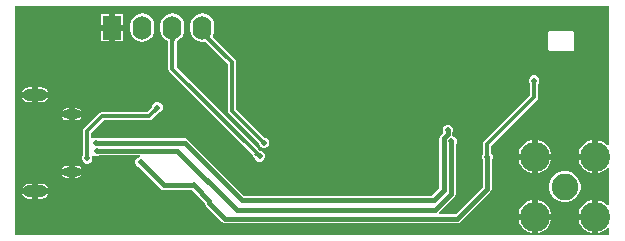
<source format=gbl>
G04*
G04 #@! TF.GenerationSoftware,Altium Limited,Altium Designer,22.2.1 (43)*
G04*
G04 Layer_Physical_Order=2*
G04 Layer_Color=16711680*
%FSLAX25Y25*%
%MOIN*%
G70*
G04*
G04 #@! TF.SameCoordinates,F9679001-C221-457E-AD06-5865B11B1ABB*
G04*
G04*
G04 #@! TF.FilePolarity,Positive*
G04*
G01*
G75*
%ADD67C,0.01500*%
%ADD72C,0.01300*%
%ADD74C,0.08858*%
%ADD75C,0.10039*%
%ADD76O,0.06299X0.03150*%
%ADD77O,0.08268X0.04134*%
%ADD78R,0.06299X0.07874*%
%ADD79O,0.06299X0.07874*%
%ADD80C,0.02362*%
%ADD81C,0.01968*%
G36*
X199114Y30313D02*
X198614Y30106D01*
X197936Y30784D01*
X196678Y31510D01*
X195547Y31813D01*
Y26367D01*
Y20921D01*
X196678Y21224D01*
X197936Y21950D01*
X198614Y22628D01*
X199114Y22421D01*
Y10313D01*
X198614Y10106D01*
X197936Y10784D01*
X196678Y11511D01*
X195547Y11813D01*
Y6367D01*
Y920D01*
X196678Y1223D01*
X197936Y1950D01*
X198614Y2628D01*
X199114Y2421D01*
Y169D01*
X1224D01*
Y76659D01*
X199114D01*
Y30313D01*
D02*
G37*
%LPC*%
G36*
X37390Y73855D02*
X34740D01*
Y70418D01*
X37390D01*
Y73855D01*
D02*
G37*
G36*
X32740D02*
X30091D01*
Y70418D01*
X32740D01*
Y73855D01*
D02*
G37*
G36*
X37390Y68418D02*
X34740D01*
Y64981D01*
X37390D01*
Y68418D01*
D02*
G37*
G36*
X32740D02*
X30091D01*
Y64981D01*
X32740D01*
Y68418D01*
D02*
G37*
G36*
X43740Y74189D02*
X42709Y74054D01*
X41748Y73656D01*
X40923Y73023D01*
X40290Y72197D01*
X39892Y71237D01*
X39757Y70206D01*
Y68631D01*
X39892Y67600D01*
X40290Y66639D01*
X40923Y65814D01*
X41748Y65181D01*
X42709Y64783D01*
X43740Y64647D01*
X44771Y64783D01*
X45732Y65181D01*
X46557Y65814D01*
X47190Y66639D01*
X47588Y67600D01*
X47724Y68631D01*
Y70206D01*
X47588Y71237D01*
X47190Y72197D01*
X46557Y73023D01*
X45732Y73656D01*
X44771Y74054D01*
X43740Y74189D01*
D02*
G37*
G36*
X187205Y68237D02*
X186417D01*
X179331Y68139D01*
X178937Y67745D01*
Y62233D01*
X179725Y61446D01*
X187303D01*
X187697Y61839D01*
Y67745D01*
X187205Y68237D01*
D02*
G37*
G36*
X10039Y49591D02*
X8973D01*
Y48076D01*
X12338D01*
X11818Y48854D01*
X11002Y49400D01*
X10039Y49591D01*
D02*
G37*
G36*
X6972D02*
X5906D01*
X4943Y49400D01*
X4127Y48854D01*
X3607Y48076D01*
X6972D01*
Y49591D01*
D02*
G37*
G36*
X12338Y46076D02*
X8973D01*
Y44560D01*
X10039D01*
X11002Y44752D01*
X11818Y45297D01*
X12338Y46076D01*
D02*
G37*
G36*
X6972D02*
X3607D01*
X4127Y45297D01*
X4943Y44752D01*
X5906Y44560D01*
X6972D01*
Y46076D01*
D02*
G37*
G36*
X21673Y42495D02*
X21099D01*
Y41481D01*
X23380D01*
X23097Y41905D01*
X22444Y42341D01*
X21673Y42495D01*
D02*
G37*
G36*
X19098D02*
X18524D01*
X17753Y42341D01*
X17100Y41905D01*
X16817Y41481D01*
X19098D01*
Y42495D01*
D02*
G37*
G36*
X23380Y39481D02*
X21099D01*
Y38468D01*
X21673D01*
X22444Y38621D01*
X23097Y39057D01*
X23380Y39481D01*
D02*
G37*
G36*
X19098D02*
X16817D01*
X17100Y39057D01*
X17753Y38621D01*
X18524Y38468D01*
X19098D01*
Y39481D01*
D02*
G37*
G36*
X63740Y74189D02*
X62709Y74054D01*
X61748Y73656D01*
X60923Y73023D01*
X60290Y72197D01*
X59892Y71237D01*
X59756Y70206D01*
Y68631D01*
X59892Y67600D01*
X60290Y66639D01*
X60923Y65814D01*
X61748Y65181D01*
X62709Y64783D01*
X63740Y64647D01*
X64636Y64765D01*
X64709Y64717D01*
X65001Y64478D01*
X72147Y57332D01*
Y41745D01*
X72252Y41218D01*
X72550Y40771D01*
X82517Y30804D01*
Y30612D01*
X82789Y29956D01*
X83291Y29454D01*
X83947Y29182D01*
X84657D01*
X85312Y29454D01*
X85814Y29956D01*
X86086Y30612D01*
Y31322D01*
X85814Y31977D01*
X85312Y32479D01*
X84657Y32751D01*
X84482D01*
X84190Y33025D01*
X74900Y42315D01*
Y57902D01*
X74900Y57902D01*
X74795Y58429D01*
X74497Y58876D01*
X74497Y58876D01*
X67144Y66229D01*
X67064Y66322D01*
X67006Y66399D01*
X67190Y66639D01*
X67588Y67600D01*
X67724Y68631D01*
Y70206D01*
X67588Y71237D01*
X67190Y72197D01*
X66557Y73023D01*
X65732Y73656D01*
X64771Y74054D01*
X63740Y74189D01*
D02*
G37*
G36*
X175547Y31813D02*
Y27367D01*
X179994D01*
X179691Y28497D01*
X178964Y29756D01*
X177936Y30784D01*
X176678Y31510D01*
X175547Y31813D01*
D02*
G37*
G36*
X193547Y31813D02*
X192417Y31510D01*
X191158Y30784D01*
X190130Y29756D01*
X189404Y28497D01*
X189101Y27367D01*
X193547D01*
Y31813D01*
D02*
G37*
G36*
X173547D02*
X172417Y31510D01*
X171158Y30784D01*
X170131Y29756D01*
X169404Y28497D01*
X169101Y27367D01*
X173547D01*
Y31813D01*
D02*
G37*
G36*
X53740Y74189D02*
X52709Y74054D01*
X51748Y73656D01*
X50923Y73023D01*
X50290Y72197D01*
X49892Y71237D01*
X49757Y70206D01*
Y68631D01*
X49892Y67600D01*
X50290Y66639D01*
X50923Y65814D01*
X51748Y65181D01*
X52320Y64944D01*
X52327Y64912D01*
X52364Y64562D01*
Y55540D01*
X52469Y55014D01*
X52767Y54567D01*
X80991Y26342D01*
Y26150D01*
X81263Y25494D01*
X81765Y24992D01*
X82421Y24721D01*
X83131D01*
X83786Y24992D01*
X84288Y25494D01*
X84560Y26150D01*
Y26860D01*
X84288Y27516D01*
X83786Y28017D01*
X83131Y28289D01*
X82956D01*
X82664Y28563D01*
X55117Y56110D01*
Y64598D01*
X55126Y64724D01*
X55151Y64900D01*
X55161Y64944D01*
X55732Y65181D01*
X56557Y65814D01*
X57190Y66639D01*
X57588Y67600D01*
X57724Y68631D01*
Y70206D01*
X57588Y71237D01*
X57190Y72197D01*
X56557Y73023D01*
X55732Y73656D01*
X54771Y74054D01*
X53740Y74189D01*
D02*
G37*
G36*
X21673Y23400D02*
X21099D01*
Y22387D01*
X23380D01*
X23097Y22810D01*
X22444Y23247D01*
X21673Y23400D01*
D02*
G37*
G36*
X19098D02*
X18524D01*
X17753Y23247D01*
X17100Y22810D01*
X16817Y22387D01*
X19098D01*
Y23400D01*
D02*
G37*
G36*
X179994Y25367D02*
X175547D01*
Y20921D01*
X176678Y21224D01*
X177936Y21950D01*
X178964Y22978D01*
X179691Y24237D01*
X179994Y25367D01*
D02*
G37*
G36*
X193547D02*
X189101D01*
X189404Y24237D01*
X190130Y22978D01*
X191158Y21950D01*
X192417Y21224D01*
X193547Y20921D01*
Y25367D01*
D02*
G37*
G36*
X173547D02*
X169101D01*
X169404Y24237D01*
X170131Y22978D01*
X171158Y21950D01*
X172417Y21224D01*
X173547Y20921D01*
Y25367D01*
D02*
G37*
G36*
X23380Y20387D02*
X21099D01*
Y19373D01*
X21673D01*
X22444Y19526D01*
X23097Y19963D01*
X23380Y20387D01*
D02*
G37*
G36*
X19098D02*
X16817D01*
X17100Y19963D01*
X17753Y19526D01*
X18524Y19373D01*
X19098D01*
Y20387D01*
D02*
G37*
G36*
X10039Y17308D02*
X8973D01*
Y15792D01*
X12338D01*
X11818Y16571D01*
X11002Y17116D01*
X10039Y17308D01*
D02*
G37*
G36*
X6972D02*
X5906D01*
X4943Y17116D01*
X4127Y16571D01*
X3607Y15792D01*
X6972D01*
Y17308D01*
D02*
G37*
G36*
X12338Y13792D02*
X8973D01*
Y12277D01*
X10039D01*
X11002Y12468D01*
X11818Y13014D01*
X12338Y13792D01*
D02*
G37*
G36*
X6972D02*
X3607D01*
X4127Y13014D01*
X4943Y12468D01*
X5906Y12277D01*
X6972D01*
Y13792D01*
D02*
G37*
G36*
X185236Y21596D02*
X183859D01*
X182529Y21240D01*
X181336Y20551D01*
X180363Y19578D01*
X179674Y18385D01*
X179318Y17055D01*
Y15679D01*
X179674Y14349D01*
X180363Y13156D01*
X181336Y12183D01*
X182529Y11494D01*
X183859Y11138D01*
X185236D01*
X186566Y11494D01*
X187758Y12183D01*
X188732Y13156D01*
X189420Y14349D01*
X189776Y15679D01*
Y17055D01*
X189420Y18385D01*
X188732Y19578D01*
X187758Y20551D01*
X186566Y21240D01*
X185236Y21596D01*
D02*
G37*
G36*
X175547Y11813D02*
Y7367D01*
X179994D01*
X179691Y8497D01*
X178964Y9756D01*
X177936Y10784D01*
X176678Y11511D01*
X175547Y11813D01*
D02*
G37*
G36*
X193547Y11813D02*
X192417Y11511D01*
X191158Y10784D01*
X190130Y9756D01*
X189404Y8497D01*
X189101Y7367D01*
X193547D01*
Y11813D01*
D02*
G37*
G36*
X173547D02*
X172417Y11511D01*
X171158Y10784D01*
X170131Y9756D01*
X169404Y8497D01*
X169101Y7367D01*
X173547D01*
Y11813D01*
D02*
G37*
G36*
X174666Y53486D02*
X173956D01*
X173300Y53214D01*
X172799Y52712D01*
X172527Y52056D01*
Y51347D01*
X172799Y50691D01*
X172935Y50555D01*
Y46760D01*
X157688Y31514D01*
X157390Y31067D01*
X157285Y30540D01*
Y27258D01*
X157149Y27122D01*
X156877Y26466D01*
Y25756D01*
X157149Y25100D01*
X157183Y25066D01*
Y16290D01*
X148108Y7215D01*
X142859D01*
X142652Y7716D01*
X147699Y12763D01*
X148020Y13242D01*
X148132Y13808D01*
Y30381D01*
X148166Y30415D01*
X148438Y31071D01*
Y31781D01*
X148166Y32437D01*
X147664Y32939D01*
X147292Y33093D01*
X147009Y33210D01*
X146944Y33710D01*
X146960Y33789D01*
Y34032D01*
X147083Y34155D01*
X147355Y34811D01*
Y35521D01*
X147083Y36177D01*
X146582Y36679D01*
X145926Y36950D01*
X145216D01*
X144560Y36679D01*
X144058Y36177D01*
X143787Y35521D01*
Y34811D01*
X143970Y34369D01*
X143108Y33507D01*
X142788Y33027D01*
X142675Y32462D01*
Y15759D01*
X140333Y13416D01*
X77581D01*
X59009Y31988D01*
X58530Y32308D01*
X57964Y32421D01*
X29374D01*
X29340Y32455D01*
X28684Y32727D01*
X27974D01*
X27318Y32455D01*
X27172Y32309D01*
X26672Y32516D01*
Y34301D01*
X30984Y38613D01*
X45965D01*
X46491Y38717D01*
X46938Y39016D01*
X48883Y40961D01*
X49075D01*
X49731Y41232D01*
X50233Y41734D01*
X50505Y42390D01*
Y43100D01*
X50233Y43756D01*
X49731Y44258D01*
X49075Y44529D01*
X48366D01*
X47710Y44258D01*
X47208Y43756D01*
X46936Y43100D01*
Y42925D01*
X46663Y42634D01*
X45395Y41366D01*
X30413D01*
X29887Y41261D01*
X29440Y40962D01*
X24322Y35844D01*
X24024Y35398D01*
X23919Y34871D01*
Y26963D01*
X23783Y26827D01*
X23511Y26171D01*
Y25461D01*
X23783Y24805D01*
X24285Y24303D01*
X24940Y24032D01*
X25650D01*
X26306Y24303D01*
X26808Y24805D01*
X27080Y25461D01*
Y26171D01*
X26909Y26581D01*
X27333Y26865D01*
X27434Y26764D01*
X28090Y26492D01*
X28800D01*
X29456Y26764D01*
X29490Y26798D01*
X42799D01*
X42854Y26320D01*
X42198Y26049D01*
X41696Y25547D01*
X41425Y24891D01*
Y24181D01*
X41696Y23526D01*
X42198Y23024D01*
X42854Y22752D01*
X42902D01*
X49939Y15715D01*
X50419Y15395D01*
X50984Y15282D01*
X59880D01*
X59914Y15248D01*
X60570Y14976D01*
X60619D01*
X64615Y10980D01*
X64722Y10441D01*
X65043Y9962D01*
X70313Y4692D01*
X70793Y4371D01*
X71358Y4259D01*
X148721D01*
X149286Y4371D01*
X149766Y4692D01*
X159707Y14633D01*
X160027Y15112D01*
X160140Y15678D01*
Y25066D01*
X160174Y25100D01*
X160446Y25756D01*
Y26466D01*
X160174Y27122D01*
X160038Y27258D01*
Y29970D01*
X175284Y45217D01*
X175583Y45663D01*
X175688Y46190D01*
Y50555D01*
X175824Y50691D01*
X176095Y51347D01*
Y52056D01*
X175824Y52712D01*
X175322Y53214D01*
X174666Y53486D01*
D02*
G37*
G36*
X179994Y5367D02*
X175547D01*
Y920D01*
X176678Y1223D01*
X177936Y1950D01*
X178964Y2978D01*
X179691Y4236D01*
X179994Y5367D01*
D02*
G37*
G36*
X193547D02*
X189101D01*
X189404Y4236D01*
X190130Y2978D01*
X191158Y1950D01*
X192417Y1223D01*
X193547Y920D01*
Y5367D01*
D02*
G37*
G36*
X173547D02*
X169101D01*
X169404Y4236D01*
X170131Y2978D01*
X171158Y1950D01*
X172417Y1223D01*
X173547Y920D01*
Y5367D01*
D02*
G37*
%LPD*%
G36*
X66262Y66824D02*
X66197Y66733D01*
X66166Y66627D01*
X66168Y66506D01*
X66203Y66371D01*
X66271Y66220D01*
X66372Y66055D01*
X66507Y65875D01*
X66674Y65680D01*
X66875Y65471D01*
X65745Y64762D01*
X65530Y64968D01*
X65131Y65294D01*
X64948Y65413D01*
X64776Y65504D01*
X64614Y65565D01*
X64464Y65598D01*
X64324Y65602D01*
X64194Y65577D01*
X64075Y65523D01*
X66359Y66900D01*
X66262Y66824D01*
D02*
G37*
G36*
X84292Y31951D02*
X83318Y30977D01*
X83309Y30995D01*
X83284Y31030D01*
X83243Y31079D01*
X82909Y31435D01*
X82484Y31865D01*
X83403Y32784D01*
X84292Y31951D01*
D02*
G37*
G36*
X54912Y65763D02*
X54803Y65717D01*
X54706Y65641D01*
X54622Y65534D01*
X54551Y65396D01*
X54493Y65228D01*
X54448Y65029D01*
X54416Y64800D01*
X54397Y64540D01*
X54390Y64249D01*
X53090D01*
X53084Y64540D01*
X53032Y65029D01*
X52987Y65228D01*
X52929Y65396D01*
X52858Y65534D01*
X52775Y65641D01*
X52678Y65717D01*
X52568Y65763D01*
X52446Y65778D01*
X55035D01*
X54912Y65763D01*
D02*
G37*
G36*
X82766Y27489D02*
X81791Y26515D01*
X81783Y26533D01*
X81758Y26568D01*
X81717Y26618D01*
X81383Y26973D01*
X80958Y27403D01*
X81877Y28322D01*
X82766Y27489D01*
D02*
G37*
G36*
X48711Y41761D02*
X48692Y41752D01*
X48658Y41728D01*
X48608Y41686D01*
X48252Y41353D01*
X47822Y40927D01*
X46903Y41847D01*
X47736Y42735D01*
X48711Y41761D01*
D02*
G37*
G36*
X25984Y26519D02*
X24606D01*
X24614Y26538D01*
X24620Y26580D01*
X24626Y26644D01*
X24642Y27131D01*
X24645Y27736D01*
X25945D01*
X25984Y26519D01*
D02*
G37*
D67*
X76969Y11938D02*
X140945D01*
X75197Y8493D02*
X141339D01*
X146654Y13808D02*
Y31426D01*
X28329Y30942D02*
X57964D01*
X76969Y11938D01*
X140945D02*
X144154Y15146D01*
X55413Y28276D02*
X75197Y8493D01*
X141339D02*
X146654Y13808D01*
X50984Y16761D02*
X60925D01*
X43209Y24536D02*
X50984Y16761D01*
X145481Y33789D02*
Y35077D01*
X144154Y15146D02*
Y32462D01*
X28445Y28276D02*
X55413D01*
X145481Y35077D02*
X145571Y35166D01*
X144154Y32462D02*
X145481Y33789D01*
X60925Y16761D02*
X66088Y11598D01*
Y11007D02*
Y11598D01*
Y11007D02*
X71358Y5737D01*
X148721D01*
X158661Y15678D02*
Y26111D01*
X148721Y5737D02*
X158661Y15678D01*
D72*
X174311Y46190D02*
Y51702D01*
X158661Y26111D02*
Y30540D01*
X174311Y46190D01*
X73524Y41745D02*
Y57902D01*
Y41745D02*
X84302Y30967D01*
X63740Y67686D02*
X73524Y57902D01*
X63740Y67686D02*
Y69418D01*
X53740Y55540D02*
X82776Y26505D01*
X53740Y55540D02*
Y69418D01*
X30413Y39989D02*
X45965D01*
X48720Y42745D01*
X25295Y34871D02*
X30413Y39989D01*
X25295Y25816D02*
Y34871D01*
D74*
X184547Y16367D02*
D03*
D75*
X194547Y26367D02*
D03*
Y6367D02*
D03*
X174547D02*
D03*
Y26367D02*
D03*
D76*
X20098Y40481D02*
D03*
Y21387D02*
D03*
D77*
X7972Y14792D02*
D03*
Y47076D02*
D03*
D78*
X33740Y69418D02*
D03*
D79*
X43740D02*
D03*
X53740D02*
D03*
X63740D02*
D03*
D80*
X175689Y14694D02*
D03*
X181299Y9477D02*
D03*
X147441Y61249D02*
D03*
X146260Y67351D02*
D03*
X144095Y61150D02*
D03*
X96752Y56532D02*
D03*
Y52269D02*
D03*
Y60795D02*
D03*
Y48007D02*
D03*
Y18169D02*
D03*
X96851Y14694D02*
D03*
X96752Y22432D02*
D03*
Y65057D02*
D03*
Y26694D02*
D03*
Y30957D02*
D03*
X144587Y50619D02*
D03*
X96752Y39482D02*
D03*
Y35219D02*
D03*
X186713Y74733D02*
D03*
X86614D02*
D03*
X83465Y59871D02*
D03*
X177165Y75127D02*
D03*
X142027Y74733D02*
D03*
X180413D02*
D03*
X183563Y74832D02*
D03*
X133502Y74733D02*
D03*
X137765D02*
D03*
X129240D02*
D03*
X124977D02*
D03*
X108003Y64497D02*
D03*
X189075Y73355D02*
D03*
X175492Y72371D02*
D03*
X108692Y51800D02*
D03*
X120791Y64497D02*
D03*
X131595Y68828D02*
D03*
X144390Y70402D02*
D03*
X104429Y51800D02*
D03*
X116528Y64497D02*
D03*
X103665Y74733D02*
D03*
X120715D02*
D03*
X116452D02*
D03*
X112190D02*
D03*
X107927D02*
D03*
X83169Y64398D02*
D03*
X96752Y43744D02*
D03*
X112265Y64497D02*
D03*
X149508Y67548D02*
D03*
X152756Y67351D02*
D03*
X156102Y68532D02*
D03*
X151673Y61249D02*
D03*
X159252Y68631D02*
D03*
X149213Y50520D02*
D03*
X157283Y53867D02*
D03*
X163878Y58395D02*
D03*
X160925Y53375D02*
D03*
X163386Y61643D02*
D03*
X170374Y61544D02*
D03*
X172835Y69024D02*
D03*
X163189Y48158D02*
D03*
X167028Y67745D02*
D03*
X125348Y17647D02*
D03*
X121086D02*
D03*
X116823D02*
D03*
X112561D02*
D03*
X108298D02*
D03*
X104035D02*
D03*
X126628Y28867D02*
D03*
X122365D02*
D03*
X118103D02*
D03*
X113840D02*
D03*
X109578D02*
D03*
X105315D02*
D03*
X125053Y64497D02*
D03*
X103740D02*
D03*
X125742Y51800D02*
D03*
X121479D02*
D03*
X117217D02*
D03*
X112954D02*
D03*
X125644Y38906D02*
D03*
X121381D02*
D03*
X117118D02*
D03*
X112856D02*
D03*
X108593D02*
D03*
X104331D02*
D03*
X154134Y50816D02*
D03*
X37303Y7214D02*
D03*
X46260Y6820D02*
D03*
X54429Y7017D02*
D03*
X75591Y27883D02*
D03*
X67717Y27784D02*
D03*
X54528Y40678D02*
D03*
X68406Y47863D02*
D03*
X83268Y54654D02*
D03*
X83169Y69713D02*
D03*
X66142Y61446D02*
D03*
X57677Y60363D02*
D03*
X50295Y61938D02*
D03*
X27165Y60166D02*
D03*
X25197Y51111D02*
D03*
X29921Y34576D02*
D03*
X28445Y21288D02*
D03*
X34154Y13710D02*
D03*
X55020Y13611D02*
D03*
X60827Y10855D02*
D03*
X90256Y2784D02*
D03*
X94519D02*
D03*
X98781D02*
D03*
X103044D02*
D03*
X107306D02*
D03*
X111569D02*
D03*
X115831D02*
D03*
X120094D02*
D03*
X124356D02*
D03*
X128619D02*
D03*
X132882D02*
D03*
X137144D02*
D03*
X141407D02*
D03*
X145669D02*
D03*
X90877Y74733D02*
D03*
X95139D02*
D03*
X99402D02*
D03*
X131595Y64565D02*
D03*
Y60303D02*
D03*
Y56040D02*
D03*
Y51777D02*
D03*
Y47515D02*
D03*
Y43252D02*
D03*
Y38990D02*
D03*
Y34727D02*
D03*
Y30465D02*
D03*
Y26202D02*
D03*
Y21939D02*
D03*
Y17677D02*
D03*
X96752Y69320D02*
D03*
X87697Y47273D02*
D03*
X87599Y43631D02*
D03*
X145276Y39694D02*
D03*
X185728Y50619D02*
D03*
X189567Y34280D02*
D03*
Y38021D02*
D03*
X190059Y41662D02*
D03*
X188976Y44910D02*
D03*
X185728Y46584D02*
D03*
X194291Y18237D02*
D03*
X194488Y13710D02*
D03*
X186024Y8985D02*
D03*
X175787Y18926D02*
D03*
X173228Y33690D02*
D03*
X176378Y33099D02*
D03*
X179725Y34084D02*
D03*
X162992Y44910D02*
D03*
X164075Y51603D02*
D03*
X163976Y55048D02*
D03*
X170374Y52784D02*
D03*
X170768Y55442D02*
D03*
X170669Y58296D02*
D03*
X173327Y60855D02*
D03*
X175689Y59576D02*
D03*
Y56328D02*
D03*
X178740Y55048D02*
D03*
X181791Y54851D02*
D03*
X184843Y54753D02*
D03*
X188189D02*
D03*
X189567Y57706D02*
D03*
X189862Y60855D02*
D03*
Y64005D02*
D03*
X189961Y67154D02*
D03*
X189567Y70501D02*
D03*
X175886Y69123D02*
D03*
X169980Y67745D02*
D03*
X162992Y67646D02*
D03*
D81*
X146654Y31426D02*
D03*
X174311Y51702D02*
D03*
X43209Y24536D02*
D03*
X84302Y30967D02*
D03*
X145571Y35166D02*
D03*
X60925Y16761D02*
D03*
X158661Y26111D02*
D03*
X82776Y26505D02*
D03*
X48720Y42745D02*
D03*
X25295Y25816D02*
D03*
X28445Y28276D02*
D03*
X28329Y30942D02*
D03*
M02*

</source>
